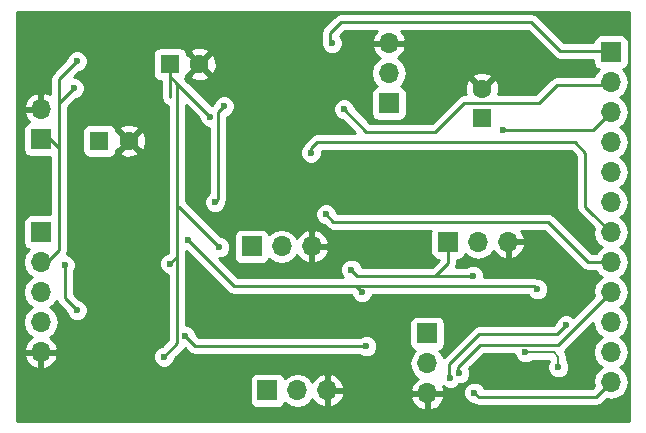
<source format=gbl>
G04 #@! TF.FileFunction,Copper,L2,Bot,Signal*
%FSLAX46Y46*%
G04 Gerber Fmt 4.6, Leading zero omitted, Abs format (unit mm)*
G04 Created by KiCad (PCBNEW 4.0.7) date Friday, March 30, 2018 'PMt' 08:41:18 PM*
%MOMM*%
%LPD*%
G01*
G04 APERTURE LIST*
%ADD10C,0.100000*%
%ADD11R,1.600000X1.600000*%
%ADD12C,1.600000*%
%ADD13R,1.700000X1.700000*%
%ADD14O,1.700000X1.700000*%
%ADD15C,0.600000*%
%ADD16C,0.254000*%
%ADD17C,0.152400*%
G04 APERTURE END LIST*
D10*
D11*
X105283000Y-125857000D03*
D12*
X107783000Y-125857000D03*
D11*
X111252000Y-119380000D03*
D12*
X113752000Y-119380000D03*
D11*
X137668000Y-123952000D03*
D12*
X137668000Y-121452000D03*
D13*
X100330000Y-125730000D03*
D14*
X100330000Y-123190000D03*
D13*
X148590000Y-118364000D03*
D14*
X148590000Y-120904000D03*
X148590000Y-123444000D03*
X148590000Y-125984000D03*
X148590000Y-128524000D03*
X148590000Y-131064000D03*
X148590000Y-133604000D03*
X148590000Y-136144000D03*
X148590000Y-138684000D03*
X148590000Y-141224000D03*
X148590000Y-143764000D03*
X148590000Y-146304000D03*
D13*
X129794000Y-122682000D03*
D14*
X129794000Y-120142000D03*
X129794000Y-117602000D03*
D13*
X133032500Y-142176500D03*
D14*
X133032500Y-144716500D03*
X133032500Y-147256500D03*
D13*
X118173500Y-134810500D03*
D14*
X120713500Y-134810500D03*
X123253500Y-134810500D03*
D13*
X119507000Y-147002500D03*
D14*
X122047000Y-147002500D03*
X124587000Y-147002500D03*
D13*
X134810500Y-134429500D03*
D14*
X137350500Y-134429500D03*
X139890500Y-134429500D03*
D13*
X100330000Y-133604000D03*
D14*
X100330000Y-136144000D03*
X100330000Y-138684000D03*
X100330000Y-141224000D03*
X100330000Y-143764000D03*
D15*
X114427000Y-138430000D03*
X119507000Y-144780000D03*
X106553000Y-117983000D03*
X122936000Y-132207000D03*
X125095000Y-128524000D03*
X119634000Y-125349000D03*
X122682000Y-117475000D03*
X126492000Y-119380000D03*
X128651000Y-127762000D03*
X134620000Y-130429000D03*
X141605000Y-129794000D03*
X141605000Y-128397000D03*
X142748000Y-137033000D03*
X145669000Y-143764000D03*
X140335000Y-148844000D03*
X103378000Y-140208000D03*
X102362000Y-136398000D03*
X103378000Y-119126000D03*
X103124000Y-121412000D03*
X141351000Y-143764000D03*
X144145000Y-145034000D03*
X136906000Y-137287000D03*
X126619000Y-136779000D03*
X111252000Y-136271000D03*
X115443000Y-134874000D03*
X110744000Y-144145000D03*
X114681000Y-123825000D03*
X125984000Y-123190000D03*
X124968000Y-117602000D03*
X139446000Y-124968000D03*
X124460000Y-132080000D03*
X123190000Y-126873000D03*
X135763000Y-145542000D03*
X144780000Y-141478000D03*
X135001000Y-145923000D03*
X137033000Y-147193000D03*
X127508000Y-138684000D03*
X112776000Y-134239000D03*
X142367000Y-138430000D03*
X112522000Y-142367000D03*
X127889000Y-143256000D03*
X115062000Y-131064000D03*
X115824000Y-122936000D03*
D16*
X102362000Y-139192000D02*
X103378000Y-140208000D01*
X102362000Y-136398000D02*
X102362000Y-139192000D01*
X101854000Y-122682000D02*
X101854000Y-120650000D01*
X101854000Y-120650000D02*
X103378000Y-119126000D01*
X101854000Y-126746000D02*
X101854000Y-122682000D01*
X101854000Y-122682000D02*
X103124000Y-121412000D01*
X100330000Y-125730000D02*
X101092000Y-125730000D01*
X101092000Y-125730000D02*
X101854000Y-126492000D01*
X101854000Y-126492000D02*
X101854000Y-126746000D01*
X101854000Y-126746000D02*
X101854000Y-135128000D01*
X101854000Y-135128000D02*
X100838000Y-136144000D01*
X100838000Y-136144000D02*
X100330000Y-136144000D01*
D17*
X143764000Y-143764000D02*
X141351000Y-143764000D01*
X144145000Y-144145000D02*
X143764000Y-143764000D01*
X144145000Y-145034000D02*
X144145000Y-144145000D01*
D16*
X133731000Y-137287000D02*
X136906000Y-137287000D01*
X134810500Y-136207500D02*
X134810500Y-134429500D01*
X133731000Y-137287000D02*
X134810500Y-136207500D01*
X127127000Y-137287000D02*
X133731000Y-137287000D01*
X126619000Y-136779000D02*
X127127000Y-137287000D01*
X111887000Y-134874000D02*
X111887000Y-135636000D01*
X111887000Y-135636000D02*
X111252000Y-136271000D01*
X111887000Y-131445000D02*
X112014000Y-131445000D01*
X112014000Y-131445000D02*
X115443000Y-134874000D01*
X111887000Y-132969000D02*
X111887000Y-134874000D01*
X111887000Y-134874000D02*
X111887000Y-143002000D01*
X111887000Y-143002000D02*
X110744000Y-144145000D01*
X111887000Y-133604000D02*
X111887000Y-132969000D01*
X111887000Y-132969000D02*
X111887000Y-131445000D01*
X111887000Y-131445000D02*
X111887000Y-121031000D01*
X111252000Y-119380000D02*
X111252000Y-120396000D01*
X111252000Y-120396000D02*
X111887000Y-121031000D01*
X111887000Y-121031000D02*
X114681000Y-123825000D01*
X111252000Y-122174000D02*
X111252000Y-119380000D01*
X142494000Y-122682000D02*
X143383000Y-121793000D01*
X144018000Y-121158000D02*
X148336000Y-121158000D01*
X143383000Y-121793000D02*
X144018000Y-121158000D01*
X148336000Y-121158000D02*
X148590000Y-120904000D01*
X125984000Y-123190000D02*
X127889000Y-125095000D01*
X127889000Y-125095000D02*
X133731000Y-125095000D01*
X133731000Y-125095000D02*
X136144000Y-122682000D01*
X136144000Y-122682000D02*
X142494000Y-122682000D01*
X142494000Y-122682000D02*
X142621000Y-122555000D01*
X148463000Y-118237000D02*
X144272000Y-118237000D01*
X124968000Y-117602000D02*
X124841000Y-117475000D01*
X124841000Y-117475000D02*
X124841000Y-116713000D01*
X124841000Y-116713000D02*
X125730000Y-115824000D01*
X125730000Y-115824000D02*
X141859000Y-115824000D01*
X141859000Y-115824000D02*
X144272000Y-118237000D01*
X148463000Y-118237000D02*
X148590000Y-118364000D01*
X147066000Y-124968000D02*
X148590000Y-123444000D01*
X139446000Y-124968000D02*
X147066000Y-124968000D01*
X148463000Y-123571000D02*
X148590000Y-123444000D01*
X124460000Y-132080000D02*
X125095000Y-132715000D01*
X125095000Y-132715000D02*
X143256000Y-132715000D01*
X143256000Y-132715000D02*
X146685000Y-136144000D01*
X146685000Y-136144000D02*
X148590000Y-136144000D01*
X148590000Y-133604000D02*
X146939000Y-131953000D01*
X145542000Y-125984000D02*
X146431000Y-126873000D01*
X146431000Y-126873000D02*
X146431000Y-131445000D01*
X146431000Y-131445000D02*
X146939000Y-131953000D01*
X123698000Y-125984000D02*
X131826000Y-125984000D01*
X123190000Y-126492000D02*
X123698000Y-125984000D01*
X123190000Y-126873000D02*
X123190000Y-126492000D01*
X131826000Y-125984000D02*
X145542000Y-125984000D01*
X144145000Y-143129000D02*
X148590000Y-138684000D01*
X137541000Y-143129000D02*
X144145000Y-143129000D01*
X135636000Y-145034000D02*
X137541000Y-143129000D01*
X135636000Y-145415000D02*
X135636000Y-145034000D01*
X135763000Y-145542000D02*
X135636000Y-145415000D01*
X144018000Y-142240000D02*
X144780000Y-141478000D01*
X137414000Y-142240000D02*
X144018000Y-142240000D01*
X134874000Y-144780000D02*
X137414000Y-142240000D01*
X134874000Y-145796000D02*
X134874000Y-144780000D01*
X135001000Y-145923000D02*
X134874000Y-145796000D01*
X147320000Y-147574000D02*
X148590000Y-146304000D01*
X137414000Y-147574000D02*
X147320000Y-147574000D01*
X137033000Y-147193000D02*
X137414000Y-147574000D01*
X125857000Y-138176000D02*
X127000000Y-138176000D01*
X127000000Y-138176000D02*
X127508000Y-138684000D01*
X129921000Y-138176000D02*
X125857000Y-138176000D01*
X125857000Y-138176000D02*
X116713000Y-138176000D01*
X116713000Y-138176000D02*
X112776000Y-134239000D01*
X142113000Y-138176000D02*
X142367000Y-138430000D01*
X129794000Y-138176000D02*
X129921000Y-138176000D01*
X129921000Y-138176000D02*
X142113000Y-138176000D01*
X113411000Y-143256000D02*
X127889000Y-143256000D01*
X112522000Y-142367000D02*
X113411000Y-143256000D01*
X115062000Y-131064000D02*
X115316000Y-130810000D01*
X115316000Y-130810000D02*
X115316000Y-123444000D01*
X115316000Y-123444000D02*
X115824000Y-122936000D01*
G36*
X150114000Y-149606000D02*
X98298000Y-149606000D01*
X98298000Y-146152500D01*
X118009560Y-146152500D01*
X118009560Y-147852500D01*
X118053838Y-148087817D01*
X118192910Y-148303941D01*
X118405110Y-148448931D01*
X118657000Y-148499940D01*
X120357000Y-148499940D01*
X120592317Y-148455662D01*
X120808441Y-148316590D01*
X120953431Y-148104390D01*
X120967086Y-148036959D01*
X120996946Y-148081647D01*
X121478715Y-148403554D01*
X122047000Y-148516593D01*
X122615285Y-148403554D01*
X123097054Y-148081647D01*
X123324702Y-147740947D01*
X123391817Y-147883858D01*
X123820076Y-148274145D01*
X124230110Y-148443976D01*
X124460000Y-148322655D01*
X124460000Y-147129500D01*
X124714000Y-147129500D01*
X124714000Y-148322655D01*
X124943890Y-148443976D01*
X125353924Y-148274145D01*
X125782183Y-147883858D01*
X125909201Y-147613390D01*
X131591024Y-147613390D01*
X131760855Y-148023424D01*
X132151142Y-148451683D01*
X132675608Y-148697986D01*
X132905500Y-148577319D01*
X132905500Y-147383500D01*
X133159500Y-147383500D01*
X133159500Y-148577319D01*
X133389392Y-148697986D01*
X133913858Y-148451683D01*
X134304145Y-148023424D01*
X134473976Y-147613390D01*
X134352655Y-147383500D01*
X133159500Y-147383500D01*
X132905500Y-147383500D01*
X131712345Y-147383500D01*
X131591024Y-147613390D01*
X125909201Y-147613390D01*
X126028486Y-147359392D01*
X125907819Y-147129500D01*
X124714000Y-147129500D01*
X124460000Y-147129500D01*
X124440000Y-147129500D01*
X124440000Y-146875500D01*
X124460000Y-146875500D01*
X124460000Y-145682345D01*
X124714000Y-145682345D01*
X124714000Y-146875500D01*
X125907819Y-146875500D01*
X126028486Y-146645608D01*
X125782183Y-146121142D01*
X125353924Y-145730855D01*
X124943890Y-145561024D01*
X124714000Y-145682345D01*
X124460000Y-145682345D01*
X124230110Y-145561024D01*
X123820076Y-145730855D01*
X123391817Y-146121142D01*
X123324702Y-146264053D01*
X123097054Y-145923353D01*
X122615285Y-145601446D01*
X122047000Y-145488407D01*
X121478715Y-145601446D01*
X120996946Y-145923353D01*
X120969150Y-145964952D01*
X120960162Y-145917183D01*
X120821090Y-145701059D01*
X120608890Y-145556069D01*
X120357000Y-145505060D01*
X118657000Y-145505060D01*
X118421683Y-145549338D01*
X118205559Y-145688410D01*
X118060569Y-145900610D01*
X118009560Y-146152500D01*
X98298000Y-146152500D01*
X98298000Y-144120890D01*
X98888524Y-144120890D01*
X99058355Y-144530924D01*
X99448642Y-144959183D01*
X99973108Y-145205486D01*
X100203000Y-145084819D01*
X100203000Y-143891000D01*
X100457000Y-143891000D01*
X100457000Y-145084819D01*
X100686892Y-145205486D01*
X101211358Y-144959183D01*
X101601645Y-144530924D01*
X101771476Y-144120890D01*
X101650155Y-143891000D01*
X100457000Y-143891000D01*
X100203000Y-143891000D01*
X99009845Y-143891000D01*
X98888524Y-144120890D01*
X98298000Y-144120890D01*
X98298000Y-136144000D01*
X98815907Y-136144000D01*
X98928946Y-136712285D01*
X99250853Y-137194054D01*
X99580026Y-137414000D01*
X99250853Y-137633946D01*
X98928946Y-138115715D01*
X98815907Y-138684000D01*
X98928946Y-139252285D01*
X99250853Y-139734054D01*
X99580026Y-139954000D01*
X99250853Y-140173946D01*
X98928946Y-140655715D01*
X98815907Y-141224000D01*
X98928946Y-141792285D01*
X99250853Y-142274054D01*
X99591553Y-142501702D01*
X99448642Y-142568817D01*
X99058355Y-142997076D01*
X98888524Y-143407110D01*
X99009845Y-143637000D01*
X100203000Y-143637000D01*
X100203000Y-143617000D01*
X100457000Y-143617000D01*
X100457000Y-143637000D01*
X101650155Y-143637000D01*
X101771476Y-143407110D01*
X101601645Y-142997076D01*
X101211358Y-142568817D01*
X101068447Y-142501702D01*
X101409147Y-142274054D01*
X101731054Y-141792285D01*
X101844093Y-141224000D01*
X101731054Y-140655715D01*
X101409147Y-140173946D01*
X101079974Y-139954000D01*
X101409147Y-139734054D01*
X101639305Y-139389598D01*
X101658004Y-139483605D01*
X101748364Y-139618838D01*
X101823185Y-139730815D01*
X102442875Y-140350505D01*
X102442838Y-140393167D01*
X102584883Y-140736943D01*
X102847673Y-141000192D01*
X103191201Y-141142838D01*
X103563167Y-141143162D01*
X103906943Y-141001117D01*
X104170192Y-140738327D01*
X104312838Y-140394799D01*
X104313162Y-140022833D01*
X104171117Y-139679057D01*
X103908327Y-139415808D01*
X103564799Y-139273162D01*
X103520754Y-139273124D01*
X103124000Y-138876370D01*
X103124000Y-136958466D01*
X103154192Y-136928327D01*
X103296838Y-136584799D01*
X103297162Y-136212833D01*
X103155117Y-135869057D01*
X102892327Y-135605808D01*
X102548799Y-135463162D01*
X102528904Y-135463145D01*
X102557996Y-135419605D01*
X102616000Y-135128000D01*
X102616000Y-125057000D01*
X103835560Y-125057000D01*
X103835560Y-126657000D01*
X103879838Y-126892317D01*
X104018910Y-127108441D01*
X104231110Y-127253431D01*
X104483000Y-127304440D01*
X106083000Y-127304440D01*
X106318317Y-127260162D01*
X106534441Y-127121090D01*
X106679431Y-126908890D01*
X106688370Y-126864745D01*
X106954861Y-126864745D01*
X107028995Y-127110864D01*
X107566223Y-127303965D01*
X108136454Y-127276778D01*
X108537005Y-127110864D01*
X108611139Y-126864745D01*
X107783000Y-126036605D01*
X106954861Y-126864745D01*
X106688370Y-126864745D01*
X106727646Y-126670799D01*
X106775255Y-126685139D01*
X107603395Y-125857000D01*
X107962605Y-125857000D01*
X108790745Y-126685139D01*
X109036864Y-126611005D01*
X109229965Y-126073777D01*
X109202778Y-125503546D01*
X109036864Y-125102995D01*
X108790745Y-125028861D01*
X107962605Y-125857000D01*
X107603395Y-125857000D01*
X106775255Y-125028861D01*
X106727833Y-125043145D01*
X106691351Y-124849255D01*
X106954861Y-124849255D01*
X107783000Y-125677395D01*
X108611139Y-124849255D01*
X108537005Y-124603136D01*
X107999777Y-124410035D01*
X107429546Y-124437222D01*
X107028995Y-124603136D01*
X106954861Y-124849255D01*
X106691351Y-124849255D01*
X106686162Y-124821683D01*
X106547090Y-124605559D01*
X106334890Y-124460569D01*
X106083000Y-124409560D01*
X104483000Y-124409560D01*
X104247683Y-124453838D01*
X104031559Y-124592910D01*
X103886569Y-124805110D01*
X103835560Y-125057000D01*
X102616000Y-125057000D01*
X102616000Y-122997630D01*
X103266506Y-122347125D01*
X103309167Y-122347162D01*
X103652943Y-122205117D01*
X103916192Y-121942327D01*
X104058838Y-121598799D01*
X104059162Y-121226833D01*
X103917117Y-120883057D01*
X103654327Y-120619808D01*
X103310799Y-120477162D01*
X103104648Y-120476982D01*
X103520506Y-120061125D01*
X103563167Y-120061162D01*
X103906943Y-119919117D01*
X104170192Y-119656327D01*
X104312838Y-119312799D01*
X104313162Y-118940833D01*
X104171117Y-118597057D01*
X104154090Y-118580000D01*
X109804560Y-118580000D01*
X109804560Y-120180000D01*
X109848838Y-120415317D01*
X109987910Y-120631441D01*
X110200110Y-120776431D01*
X110452000Y-120827440D01*
X110490000Y-120827440D01*
X110490000Y-122174000D01*
X110548004Y-122465605D01*
X110713185Y-122712815D01*
X110960395Y-122877996D01*
X111125000Y-122910738D01*
X111125000Y-135320369D01*
X111109494Y-135335875D01*
X111066833Y-135335838D01*
X110723057Y-135477883D01*
X110459808Y-135740673D01*
X110317162Y-136084201D01*
X110316838Y-136456167D01*
X110458883Y-136799943D01*
X110721673Y-137063192D01*
X111065201Y-137205838D01*
X111125000Y-137205890D01*
X111125000Y-142686370D01*
X110601495Y-143209875D01*
X110558833Y-143209838D01*
X110215057Y-143351883D01*
X109951808Y-143614673D01*
X109809162Y-143958201D01*
X109808838Y-144330167D01*
X109950883Y-144673943D01*
X110213673Y-144937192D01*
X110557201Y-145079838D01*
X110929167Y-145080162D01*
X111272943Y-144938117D01*
X111536192Y-144675327D01*
X111678838Y-144331799D01*
X111678876Y-144287754D01*
X112425815Y-143540815D01*
X112502868Y-143425498D01*
X112872185Y-143794815D01*
X113119395Y-143959996D01*
X113411000Y-144018000D01*
X127328534Y-144018000D01*
X127358673Y-144048192D01*
X127702201Y-144190838D01*
X128074167Y-144191162D01*
X128417943Y-144049117D01*
X128681192Y-143786327D01*
X128823838Y-143442799D01*
X128824162Y-143070833D01*
X128682117Y-142727057D01*
X128419327Y-142463808D01*
X128075799Y-142321162D01*
X127703833Y-142320838D01*
X127360057Y-142462883D01*
X127328886Y-142494000D01*
X113726630Y-142494000D01*
X113457125Y-142224495D01*
X113457162Y-142181833D01*
X113315117Y-141838057D01*
X113052327Y-141574808D01*
X112708799Y-141432162D01*
X112649000Y-141432110D01*
X112649000Y-135189630D01*
X116174185Y-138714816D01*
X116322377Y-138813834D01*
X116421395Y-138879996D01*
X116713000Y-138938000D01*
X126601279Y-138938000D01*
X126714883Y-139212943D01*
X126977673Y-139476192D01*
X127321201Y-139618838D01*
X127693167Y-139619162D01*
X128036943Y-139477117D01*
X128300192Y-139214327D01*
X128414934Y-138938000D01*
X141565230Y-138938000D01*
X141573883Y-138958943D01*
X141836673Y-139222192D01*
X142180201Y-139364838D01*
X142552167Y-139365162D01*
X142895943Y-139223117D01*
X143159192Y-138960327D01*
X143301838Y-138616799D01*
X143302162Y-138244833D01*
X143160117Y-137901057D01*
X142897327Y-137637808D01*
X142553799Y-137495162D01*
X142439114Y-137495062D01*
X142404605Y-137472004D01*
X142113000Y-137414000D01*
X137840890Y-137414000D01*
X137841162Y-137101833D01*
X137699117Y-136758057D01*
X137436327Y-136494808D01*
X137092799Y-136352162D01*
X136720833Y-136351838D01*
X136377057Y-136493883D01*
X136345886Y-136525000D01*
X135497194Y-136525000D01*
X135514497Y-136499104D01*
X135572500Y-136207500D01*
X135572500Y-135926940D01*
X135660500Y-135926940D01*
X135895817Y-135882662D01*
X136111941Y-135743590D01*
X136256931Y-135531390D01*
X136270586Y-135463959D01*
X136300446Y-135508647D01*
X136782215Y-135830554D01*
X137350500Y-135943593D01*
X137918785Y-135830554D01*
X138400554Y-135508647D01*
X138628202Y-135167947D01*
X138695317Y-135310858D01*
X139123576Y-135701145D01*
X139533610Y-135870976D01*
X139763500Y-135749655D01*
X139763500Y-134556500D01*
X140017500Y-134556500D01*
X140017500Y-135749655D01*
X140247390Y-135870976D01*
X140657424Y-135701145D01*
X141085683Y-135310858D01*
X141331986Y-134786392D01*
X141211319Y-134556500D01*
X140017500Y-134556500D01*
X139763500Y-134556500D01*
X139743500Y-134556500D01*
X139743500Y-134302500D01*
X139763500Y-134302500D01*
X139763500Y-134282500D01*
X140017500Y-134282500D01*
X140017500Y-134302500D01*
X141211319Y-134302500D01*
X141331986Y-134072608D01*
X141085683Y-133548142D01*
X141007619Y-133477000D01*
X142940370Y-133477000D01*
X146146184Y-136682815D01*
X146321479Y-136799943D01*
X146393395Y-136847996D01*
X146685000Y-136906000D01*
X147318382Y-136906000D01*
X147510853Y-137194054D01*
X147840026Y-137414000D01*
X147510853Y-137633946D01*
X147188946Y-138115715D01*
X147075907Y-138684000D01*
X147148321Y-139048048D01*
X145410357Y-140786013D01*
X145310327Y-140685808D01*
X144966799Y-140543162D01*
X144594833Y-140542838D01*
X144251057Y-140684883D01*
X143987808Y-140947673D01*
X143845162Y-141291201D01*
X143845124Y-141335246D01*
X143702370Y-141478000D01*
X137414000Y-141478000D01*
X137122395Y-141536004D01*
X136875184Y-141701185D01*
X134431391Y-144144979D01*
X134111647Y-143666446D01*
X134070048Y-143638650D01*
X134117817Y-143629662D01*
X134333941Y-143490590D01*
X134478931Y-143278390D01*
X134529940Y-143026500D01*
X134529940Y-141326500D01*
X134485662Y-141091183D01*
X134346590Y-140875059D01*
X134134390Y-140730069D01*
X133882500Y-140679060D01*
X132182500Y-140679060D01*
X131947183Y-140723338D01*
X131731059Y-140862410D01*
X131586069Y-141074610D01*
X131535060Y-141326500D01*
X131535060Y-143026500D01*
X131579338Y-143261817D01*
X131718410Y-143477941D01*
X131930610Y-143622931D01*
X131998041Y-143636586D01*
X131953353Y-143666446D01*
X131631446Y-144148215D01*
X131518407Y-144716500D01*
X131631446Y-145284785D01*
X131953353Y-145766554D01*
X132294053Y-145994202D01*
X132151142Y-146061317D01*
X131760855Y-146489576D01*
X131591024Y-146899610D01*
X131712345Y-147129500D01*
X132905500Y-147129500D01*
X132905500Y-147109500D01*
X133159500Y-147109500D01*
X133159500Y-147129500D01*
X134352655Y-147129500D01*
X134473976Y-146899610D01*
X134345768Y-146590069D01*
X134470673Y-146715192D01*
X134814201Y-146857838D01*
X135186167Y-146858162D01*
X135529943Y-146716117D01*
X135769471Y-146477006D01*
X135948167Y-146477162D01*
X136291943Y-146335117D01*
X136555192Y-146072327D01*
X136697838Y-145728799D01*
X136698162Y-145356833D01*
X136608294Y-145139336D01*
X137856630Y-143891000D01*
X140415889Y-143891000D01*
X140415838Y-143949167D01*
X140557883Y-144292943D01*
X140820673Y-144556192D01*
X141164201Y-144698838D01*
X141536167Y-144699162D01*
X141879943Y-144557117D01*
X141962003Y-144475200D01*
X143381331Y-144475200D01*
X143352808Y-144503673D01*
X143210162Y-144847201D01*
X143209838Y-145219167D01*
X143351883Y-145562943D01*
X143614673Y-145826192D01*
X143958201Y-145968838D01*
X144330167Y-145969162D01*
X144673943Y-145827117D01*
X144937192Y-145564327D01*
X145079838Y-145220799D01*
X145080162Y-144848833D01*
X144938117Y-144505057D01*
X144856200Y-144422997D01*
X144856200Y-144145000D01*
X144802063Y-143872836D01*
X144749931Y-143794815D01*
X144670858Y-143676473D01*
X144683815Y-143667815D01*
X147084488Y-141267142D01*
X147188946Y-141792285D01*
X147510853Y-142274054D01*
X147840026Y-142494000D01*
X147510853Y-142713946D01*
X147188946Y-143195715D01*
X147075907Y-143764000D01*
X147188946Y-144332285D01*
X147510853Y-144814054D01*
X147840026Y-145034000D01*
X147510853Y-145253946D01*
X147188946Y-145735715D01*
X147075907Y-146304000D01*
X147148321Y-146668049D01*
X147004370Y-146812000D01*
X137887246Y-146812000D01*
X137826117Y-146664057D01*
X137563327Y-146400808D01*
X137219799Y-146258162D01*
X136847833Y-146257838D01*
X136504057Y-146399883D01*
X136240808Y-146662673D01*
X136098162Y-147006201D01*
X136097838Y-147378167D01*
X136239883Y-147721943D01*
X136502673Y-147985192D01*
X136846201Y-148127838D01*
X136897735Y-148127883D01*
X137116632Y-148274145D01*
X137122395Y-148277996D01*
X137414000Y-148336000D01*
X147320000Y-148336000D01*
X147611605Y-148277996D01*
X147858815Y-148112815D01*
X148245390Y-147726240D01*
X148560907Y-147789000D01*
X148619093Y-147789000D01*
X149187378Y-147675961D01*
X149669147Y-147354054D01*
X149991054Y-146872285D01*
X150104093Y-146304000D01*
X149991054Y-145735715D01*
X149669147Y-145253946D01*
X149339974Y-145034000D01*
X149669147Y-144814054D01*
X149991054Y-144332285D01*
X150104093Y-143764000D01*
X149991054Y-143195715D01*
X149669147Y-142713946D01*
X149339974Y-142494000D01*
X149669147Y-142274054D01*
X149991054Y-141792285D01*
X150104093Y-141224000D01*
X149991054Y-140655715D01*
X149669147Y-140173946D01*
X149339974Y-139954000D01*
X149669147Y-139734054D01*
X149991054Y-139252285D01*
X150104093Y-138684000D01*
X149991054Y-138115715D01*
X149669147Y-137633946D01*
X149339974Y-137414000D01*
X149669147Y-137194054D01*
X149991054Y-136712285D01*
X150104093Y-136144000D01*
X149991054Y-135575715D01*
X149669147Y-135093946D01*
X149339974Y-134874000D01*
X149669147Y-134654054D01*
X149991054Y-134172285D01*
X150104093Y-133604000D01*
X149991054Y-133035715D01*
X149669147Y-132553946D01*
X149339974Y-132334000D01*
X149669147Y-132114054D01*
X149991054Y-131632285D01*
X150104093Y-131064000D01*
X149991054Y-130495715D01*
X149669147Y-130013946D01*
X149339974Y-129794000D01*
X149669147Y-129574054D01*
X149991054Y-129092285D01*
X150104093Y-128524000D01*
X149991054Y-127955715D01*
X149669147Y-127473946D01*
X149339974Y-127254000D01*
X149669147Y-127034054D01*
X149991054Y-126552285D01*
X150104093Y-125984000D01*
X149991054Y-125415715D01*
X149669147Y-124933946D01*
X149339974Y-124714000D01*
X149669147Y-124494054D01*
X149991054Y-124012285D01*
X150104093Y-123444000D01*
X149991054Y-122875715D01*
X149669147Y-122393946D01*
X149339974Y-122174000D01*
X149669147Y-121954054D01*
X149991054Y-121472285D01*
X150104093Y-120904000D01*
X149991054Y-120335715D01*
X149669147Y-119853946D01*
X149627548Y-119826150D01*
X149675317Y-119817162D01*
X149891441Y-119678090D01*
X150036431Y-119465890D01*
X150087440Y-119214000D01*
X150087440Y-117514000D01*
X150043162Y-117278683D01*
X149904090Y-117062559D01*
X149691890Y-116917569D01*
X149440000Y-116866560D01*
X147740000Y-116866560D01*
X147504683Y-116910838D01*
X147288559Y-117049910D01*
X147143569Y-117262110D01*
X147100458Y-117475000D01*
X144587631Y-117475000D01*
X142397815Y-115285185D01*
X142150605Y-115120004D01*
X141859000Y-115062000D01*
X125730000Y-115062000D01*
X125438395Y-115120004D01*
X125191185Y-115285185D01*
X124302185Y-116174185D01*
X124137004Y-116421395D01*
X124079000Y-116713000D01*
X124079000Y-117304811D01*
X124033162Y-117415201D01*
X124032838Y-117787167D01*
X124174883Y-118130943D01*
X124437673Y-118394192D01*
X124781201Y-118536838D01*
X125153167Y-118537162D01*
X125496943Y-118395117D01*
X125760192Y-118132327D01*
X125902838Y-117788799D01*
X125903162Y-117416833D01*
X125761117Y-117073057D01*
X125659933Y-116971697D01*
X126045630Y-116586000D01*
X128749346Y-116586000D01*
X128522355Y-116835076D01*
X128352524Y-117245110D01*
X128473845Y-117475000D01*
X129667000Y-117475000D01*
X129667000Y-117455000D01*
X129921000Y-117455000D01*
X129921000Y-117475000D01*
X131114155Y-117475000D01*
X131235476Y-117245110D01*
X131065645Y-116835076D01*
X130838654Y-116586000D01*
X141543370Y-116586000D01*
X143733184Y-118775815D01*
X143923253Y-118902815D01*
X143980395Y-118940996D01*
X144272000Y-118999000D01*
X147092560Y-118999000D01*
X147092560Y-119214000D01*
X147136838Y-119449317D01*
X147275910Y-119665441D01*
X147488110Y-119810431D01*
X147555541Y-119824086D01*
X147510853Y-119853946D01*
X147188946Y-120335715D01*
X147176955Y-120396000D01*
X144018000Y-120396000D01*
X143726395Y-120454004D01*
X143627377Y-120520166D01*
X143479185Y-120619184D01*
X142844185Y-121254185D01*
X142178370Y-121920000D01*
X139024666Y-121920000D01*
X139114965Y-121668777D01*
X139087778Y-121098546D01*
X138921864Y-120697995D01*
X138675745Y-120623861D01*
X137847605Y-121452000D01*
X137861748Y-121466142D01*
X137682143Y-121645748D01*
X137668000Y-121631605D01*
X137653858Y-121645748D01*
X137474252Y-121466142D01*
X137488395Y-121452000D01*
X136660255Y-120623861D01*
X136414136Y-120697995D01*
X136221035Y-121235223D01*
X136248222Y-121805454D01*
X136295669Y-121920000D01*
X136144000Y-121920000D01*
X135852395Y-121978004D01*
X135605184Y-122143185D01*
X133415370Y-124333000D01*
X128204630Y-124333000D01*
X126919125Y-123047495D01*
X126919162Y-123004833D01*
X126777117Y-122661057D01*
X126514327Y-122397808D01*
X126170799Y-122255162D01*
X125798833Y-122254838D01*
X125455057Y-122396883D01*
X125191808Y-122659673D01*
X125049162Y-123003201D01*
X125048838Y-123375167D01*
X125190883Y-123718943D01*
X125453673Y-123982192D01*
X125797201Y-124124838D01*
X125841246Y-124124876D01*
X126938370Y-125222000D01*
X123698000Y-125222000D01*
X123406395Y-125280004D01*
X123159184Y-125445185D01*
X122651185Y-125953185D01*
X122486004Y-126200395D01*
X122472543Y-126268068D01*
X122397808Y-126342673D01*
X122255162Y-126686201D01*
X122254838Y-127058167D01*
X122396883Y-127401943D01*
X122659673Y-127665192D01*
X123003201Y-127807838D01*
X123375167Y-127808162D01*
X123718943Y-127666117D01*
X123982192Y-127403327D01*
X124124838Y-127059799D01*
X124125111Y-126746000D01*
X145226370Y-126746000D01*
X145669000Y-127188630D01*
X145669000Y-131445000D01*
X145727004Y-131736605D01*
X145832729Y-131894833D01*
X145892185Y-131983815D01*
X146400184Y-132491815D01*
X146400187Y-132491817D01*
X147148321Y-133239951D01*
X147075907Y-133604000D01*
X147188946Y-134172285D01*
X147510853Y-134654054D01*
X147840026Y-134874000D01*
X147510853Y-135093946D01*
X147318382Y-135382000D01*
X147000631Y-135382000D01*
X143794815Y-132176185D01*
X143709232Y-132119000D01*
X143547605Y-132011004D01*
X143256000Y-131953000D01*
X125410631Y-131953000D01*
X125395125Y-131937494D01*
X125395162Y-131894833D01*
X125253117Y-131551057D01*
X124990327Y-131287808D01*
X124646799Y-131145162D01*
X124274833Y-131144838D01*
X123931057Y-131286883D01*
X123667808Y-131549673D01*
X123525162Y-131893201D01*
X123524838Y-132265167D01*
X123666883Y-132608943D01*
X123929673Y-132872192D01*
X124273201Y-133014838D01*
X124317246Y-133014876D01*
X124556185Y-133253816D01*
X124691430Y-133344183D01*
X124803395Y-133418996D01*
X125095000Y-133477000D01*
X133333817Y-133477000D01*
X133313060Y-133579500D01*
X133313060Y-135279500D01*
X133357338Y-135514817D01*
X133496410Y-135730941D01*
X133708610Y-135875931D01*
X133960500Y-135926940D01*
X134013429Y-135926940D01*
X133415370Y-136525000D01*
X127525721Y-136525000D01*
X127412117Y-136250057D01*
X127149327Y-135986808D01*
X126805799Y-135844162D01*
X126433833Y-135843838D01*
X126090057Y-135985883D01*
X125826808Y-136248673D01*
X125684162Y-136592201D01*
X125683838Y-136964167D01*
X125825883Y-137307943D01*
X125931755Y-137414000D01*
X117028631Y-137414000D01*
X115423614Y-135808984D01*
X115628167Y-135809162D01*
X115971943Y-135667117D01*
X116235192Y-135404327D01*
X116377838Y-135060799D01*
X116378162Y-134688833D01*
X116236117Y-134345057D01*
X115973327Y-134081808D01*
X115681187Y-133960500D01*
X116676060Y-133960500D01*
X116676060Y-135660500D01*
X116720338Y-135895817D01*
X116859410Y-136111941D01*
X117071610Y-136256931D01*
X117323500Y-136307940D01*
X119023500Y-136307940D01*
X119258817Y-136263662D01*
X119474941Y-136124590D01*
X119619931Y-135912390D01*
X119633586Y-135844959D01*
X119663446Y-135889647D01*
X120145215Y-136211554D01*
X120713500Y-136324593D01*
X121281785Y-136211554D01*
X121763554Y-135889647D01*
X121991202Y-135548947D01*
X122058317Y-135691858D01*
X122486576Y-136082145D01*
X122896610Y-136251976D01*
X123126500Y-136130655D01*
X123126500Y-134937500D01*
X123380500Y-134937500D01*
X123380500Y-136130655D01*
X123610390Y-136251976D01*
X124020424Y-136082145D01*
X124448683Y-135691858D01*
X124694986Y-135167392D01*
X124574319Y-134937500D01*
X123380500Y-134937500D01*
X123126500Y-134937500D01*
X123106500Y-134937500D01*
X123106500Y-134683500D01*
X123126500Y-134683500D01*
X123126500Y-133490345D01*
X123380500Y-133490345D01*
X123380500Y-134683500D01*
X124574319Y-134683500D01*
X124694986Y-134453608D01*
X124448683Y-133929142D01*
X124020424Y-133538855D01*
X123610390Y-133369024D01*
X123380500Y-133490345D01*
X123126500Y-133490345D01*
X122896610Y-133369024D01*
X122486576Y-133538855D01*
X122058317Y-133929142D01*
X121991202Y-134072053D01*
X121763554Y-133731353D01*
X121281785Y-133409446D01*
X120713500Y-133296407D01*
X120145215Y-133409446D01*
X119663446Y-133731353D01*
X119635650Y-133772952D01*
X119626662Y-133725183D01*
X119487590Y-133509059D01*
X119275390Y-133364069D01*
X119023500Y-133313060D01*
X117323500Y-133313060D01*
X117088183Y-133357338D01*
X116872059Y-133496410D01*
X116727069Y-133708610D01*
X116676060Y-133960500D01*
X115681187Y-133960500D01*
X115629799Y-133939162D01*
X115585755Y-133939124D01*
X112649000Y-131002370D01*
X112649000Y-122870630D01*
X113745875Y-123967506D01*
X113745838Y-124010167D01*
X113887883Y-124353943D01*
X114150673Y-124617192D01*
X114494201Y-124759838D01*
X114554000Y-124759890D01*
X114554000Y-130262230D01*
X114533057Y-130270883D01*
X114269808Y-130533673D01*
X114127162Y-130877201D01*
X114126838Y-131249167D01*
X114268883Y-131592943D01*
X114531673Y-131856192D01*
X114875201Y-131998838D01*
X115247167Y-131999162D01*
X115590943Y-131857117D01*
X115854192Y-131594327D01*
X115996838Y-131250799D01*
X115996938Y-131136114D01*
X116019996Y-131101605D01*
X116027476Y-131064000D01*
X116078000Y-130810000D01*
X116078000Y-123842721D01*
X116352943Y-123729117D01*
X116616192Y-123466327D01*
X116758838Y-123122799D01*
X116759162Y-122750833D01*
X116617117Y-122407057D01*
X116354327Y-122143808D01*
X116010799Y-122001162D01*
X115638833Y-122000838D01*
X115295057Y-122142883D01*
X115031808Y-122405673D01*
X114889162Y-122749201D01*
X114889124Y-122793246D01*
X114808000Y-122874370D01*
X112533592Y-120599962D01*
X112648431Y-120431890D01*
X112657370Y-120387745D01*
X112923861Y-120387745D01*
X112997995Y-120633864D01*
X113535223Y-120826965D01*
X114105454Y-120799778D01*
X114506005Y-120633864D01*
X114580139Y-120387745D01*
X113752000Y-119559605D01*
X112923861Y-120387745D01*
X112657370Y-120387745D01*
X112696646Y-120193799D01*
X112744255Y-120208139D01*
X113572395Y-119380000D01*
X113931605Y-119380000D01*
X114759745Y-120208139D01*
X114979321Y-120142000D01*
X128279907Y-120142000D01*
X128392946Y-120710285D01*
X128714853Y-121192054D01*
X128756452Y-121219850D01*
X128708683Y-121228838D01*
X128492559Y-121367910D01*
X128347569Y-121580110D01*
X128296560Y-121832000D01*
X128296560Y-123532000D01*
X128340838Y-123767317D01*
X128479910Y-123983441D01*
X128692110Y-124128431D01*
X128944000Y-124179440D01*
X130644000Y-124179440D01*
X130879317Y-124135162D01*
X131095441Y-123996090D01*
X131240431Y-123783890D01*
X131291440Y-123532000D01*
X131291440Y-121832000D01*
X131247162Y-121596683D01*
X131108090Y-121380559D01*
X130895890Y-121235569D01*
X130828459Y-121221914D01*
X130873147Y-121192054D01*
X131195054Y-120710285D01*
X131247970Y-120444255D01*
X136839861Y-120444255D01*
X137668000Y-121272395D01*
X138496139Y-120444255D01*
X138422005Y-120198136D01*
X137884777Y-120005035D01*
X137314546Y-120032222D01*
X136913995Y-120198136D01*
X136839861Y-120444255D01*
X131247970Y-120444255D01*
X131308093Y-120142000D01*
X131195054Y-119573715D01*
X130873147Y-119091946D01*
X130532447Y-118864298D01*
X130675358Y-118797183D01*
X131065645Y-118368924D01*
X131235476Y-117958890D01*
X131114155Y-117729000D01*
X129921000Y-117729000D01*
X129921000Y-117749000D01*
X129667000Y-117749000D01*
X129667000Y-117729000D01*
X128473845Y-117729000D01*
X128352524Y-117958890D01*
X128522355Y-118368924D01*
X128912642Y-118797183D01*
X129055553Y-118864298D01*
X128714853Y-119091946D01*
X128392946Y-119573715D01*
X128279907Y-120142000D01*
X114979321Y-120142000D01*
X115005864Y-120134005D01*
X115198965Y-119596777D01*
X115171778Y-119026546D01*
X115005864Y-118625995D01*
X114759745Y-118551861D01*
X113931605Y-119380000D01*
X113572395Y-119380000D01*
X112744255Y-118551861D01*
X112696833Y-118566145D01*
X112660351Y-118372255D01*
X112923861Y-118372255D01*
X113752000Y-119200395D01*
X114580139Y-118372255D01*
X114506005Y-118126136D01*
X113968777Y-117933035D01*
X113398546Y-117960222D01*
X112997995Y-118126136D01*
X112923861Y-118372255D01*
X112660351Y-118372255D01*
X112655162Y-118344683D01*
X112516090Y-118128559D01*
X112303890Y-117983569D01*
X112052000Y-117932560D01*
X110452000Y-117932560D01*
X110216683Y-117976838D01*
X110000559Y-118115910D01*
X109855569Y-118328110D01*
X109804560Y-118580000D01*
X104154090Y-118580000D01*
X103908327Y-118333808D01*
X103564799Y-118191162D01*
X103192833Y-118190838D01*
X102849057Y-118332883D01*
X102585808Y-118595673D01*
X102443162Y-118939201D01*
X102443124Y-118983246D01*
X101315185Y-120111185D01*
X101150004Y-120358395D01*
X101092000Y-120650000D01*
X101092000Y-121938763D01*
X100686892Y-121748514D01*
X100457000Y-121869181D01*
X100457000Y-123063000D01*
X100477000Y-123063000D01*
X100477000Y-123317000D01*
X100457000Y-123317000D01*
X100457000Y-123337000D01*
X100203000Y-123337000D01*
X100203000Y-123317000D01*
X99009845Y-123317000D01*
X98888524Y-123546890D01*
X99058355Y-123956924D01*
X99334501Y-124259937D01*
X99244683Y-124276838D01*
X99028559Y-124415910D01*
X98883569Y-124628110D01*
X98832560Y-124880000D01*
X98832560Y-126580000D01*
X98876838Y-126815317D01*
X99015910Y-127031441D01*
X99228110Y-127176431D01*
X99480000Y-127227440D01*
X101092000Y-127227440D01*
X101092000Y-132106560D01*
X99480000Y-132106560D01*
X99244683Y-132150838D01*
X99028559Y-132289910D01*
X98883569Y-132502110D01*
X98832560Y-132754000D01*
X98832560Y-134454000D01*
X98876838Y-134689317D01*
X99015910Y-134905441D01*
X99228110Y-135050431D01*
X99295541Y-135064086D01*
X99250853Y-135093946D01*
X98928946Y-135575715D01*
X98815907Y-136144000D01*
X98298000Y-136144000D01*
X98298000Y-122833110D01*
X98888524Y-122833110D01*
X99009845Y-123063000D01*
X100203000Y-123063000D01*
X100203000Y-121869181D01*
X99973108Y-121748514D01*
X99448642Y-121994817D01*
X99058355Y-122423076D01*
X98888524Y-122833110D01*
X98298000Y-122833110D01*
X98298000Y-114935000D01*
X150114000Y-114935000D01*
X150114000Y-149606000D01*
X150114000Y-149606000D01*
G37*
X150114000Y-149606000D02*
X98298000Y-149606000D01*
X98298000Y-146152500D01*
X118009560Y-146152500D01*
X118009560Y-147852500D01*
X118053838Y-148087817D01*
X118192910Y-148303941D01*
X118405110Y-148448931D01*
X118657000Y-148499940D01*
X120357000Y-148499940D01*
X120592317Y-148455662D01*
X120808441Y-148316590D01*
X120953431Y-148104390D01*
X120967086Y-148036959D01*
X120996946Y-148081647D01*
X121478715Y-148403554D01*
X122047000Y-148516593D01*
X122615285Y-148403554D01*
X123097054Y-148081647D01*
X123324702Y-147740947D01*
X123391817Y-147883858D01*
X123820076Y-148274145D01*
X124230110Y-148443976D01*
X124460000Y-148322655D01*
X124460000Y-147129500D01*
X124714000Y-147129500D01*
X124714000Y-148322655D01*
X124943890Y-148443976D01*
X125353924Y-148274145D01*
X125782183Y-147883858D01*
X125909201Y-147613390D01*
X131591024Y-147613390D01*
X131760855Y-148023424D01*
X132151142Y-148451683D01*
X132675608Y-148697986D01*
X132905500Y-148577319D01*
X132905500Y-147383500D01*
X133159500Y-147383500D01*
X133159500Y-148577319D01*
X133389392Y-148697986D01*
X133913858Y-148451683D01*
X134304145Y-148023424D01*
X134473976Y-147613390D01*
X134352655Y-147383500D01*
X133159500Y-147383500D01*
X132905500Y-147383500D01*
X131712345Y-147383500D01*
X131591024Y-147613390D01*
X125909201Y-147613390D01*
X126028486Y-147359392D01*
X125907819Y-147129500D01*
X124714000Y-147129500D01*
X124460000Y-147129500D01*
X124440000Y-147129500D01*
X124440000Y-146875500D01*
X124460000Y-146875500D01*
X124460000Y-145682345D01*
X124714000Y-145682345D01*
X124714000Y-146875500D01*
X125907819Y-146875500D01*
X126028486Y-146645608D01*
X125782183Y-146121142D01*
X125353924Y-145730855D01*
X124943890Y-145561024D01*
X124714000Y-145682345D01*
X124460000Y-145682345D01*
X124230110Y-145561024D01*
X123820076Y-145730855D01*
X123391817Y-146121142D01*
X123324702Y-146264053D01*
X123097054Y-145923353D01*
X122615285Y-145601446D01*
X122047000Y-145488407D01*
X121478715Y-145601446D01*
X120996946Y-145923353D01*
X120969150Y-145964952D01*
X120960162Y-145917183D01*
X120821090Y-145701059D01*
X120608890Y-145556069D01*
X120357000Y-145505060D01*
X118657000Y-145505060D01*
X118421683Y-145549338D01*
X118205559Y-145688410D01*
X118060569Y-145900610D01*
X118009560Y-146152500D01*
X98298000Y-146152500D01*
X98298000Y-144120890D01*
X98888524Y-144120890D01*
X99058355Y-144530924D01*
X99448642Y-144959183D01*
X99973108Y-145205486D01*
X100203000Y-145084819D01*
X100203000Y-143891000D01*
X100457000Y-143891000D01*
X100457000Y-145084819D01*
X100686892Y-145205486D01*
X101211358Y-144959183D01*
X101601645Y-144530924D01*
X101771476Y-144120890D01*
X101650155Y-143891000D01*
X100457000Y-143891000D01*
X100203000Y-143891000D01*
X99009845Y-143891000D01*
X98888524Y-144120890D01*
X98298000Y-144120890D01*
X98298000Y-136144000D01*
X98815907Y-136144000D01*
X98928946Y-136712285D01*
X99250853Y-137194054D01*
X99580026Y-137414000D01*
X99250853Y-137633946D01*
X98928946Y-138115715D01*
X98815907Y-138684000D01*
X98928946Y-139252285D01*
X99250853Y-139734054D01*
X99580026Y-139954000D01*
X99250853Y-140173946D01*
X98928946Y-140655715D01*
X98815907Y-141224000D01*
X98928946Y-141792285D01*
X99250853Y-142274054D01*
X99591553Y-142501702D01*
X99448642Y-142568817D01*
X99058355Y-142997076D01*
X98888524Y-143407110D01*
X99009845Y-143637000D01*
X100203000Y-143637000D01*
X100203000Y-143617000D01*
X100457000Y-143617000D01*
X100457000Y-143637000D01*
X101650155Y-143637000D01*
X101771476Y-143407110D01*
X101601645Y-142997076D01*
X101211358Y-142568817D01*
X101068447Y-142501702D01*
X101409147Y-142274054D01*
X101731054Y-141792285D01*
X101844093Y-141224000D01*
X101731054Y-140655715D01*
X101409147Y-140173946D01*
X101079974Y-139954000D01*
X101409147Y-139734054D01*
X101639305Y-139389598D01*
X101658004Y-139483605D01*
X101748364Y-139618838D01*
X101823185Y-139730815D01*
X102442875Y-140350505D01*
X102442838Y-140393167D01*
X102584883Y-140736943D01*
X102847673Y-141000192D01*
X103191201Y-141142838D01*
X103563167Y-141143162D01*
X103906943Y-141001117D01*
X104170192Y-140738327D01*
X104312838Y-140394799D01*
X104313162Y-140022833D01*
X104171117Y-139679057D01*
X103908327Y-139415808D01*
X103564799Y-139273162D01*
X103520754Y-139273124D01*
X103124000Y-138876370D01*
X103124000Y-136958466D01*
X103154192Y-136928327D01*
X103296838Y-136584799D01*
X103297162Y-136212833D01*
X103155117Y-135869057D01*
X102892327Y-135605808D01*
X102548799Y-135463162D01*
X102528904Y-135463145D01*
X102557996Y-135419605D01*
X102616000Y-135128000D01*
X102616000Y-125057000D01*
X103835560Y-125057000D01*
X103835560Y-126657000D01*
X103879838Y-126892317D01*
X104018910Y-127108441D01*
X104231110Y-127253431D01*
X104483000Y-127304440D01*
X106083000Y-127304440D01*
X106318317Y-127260162D01*
X106534441Y-127121090D01*
X106679431Y-126908890D01*
X106688370Y-126864745D01*
X106954861Y-126864745D01*
X107028995Y-127110864D01*
X107566223Y-127303965D01*
X108136454Y-127276778D01*
X108537005Y-127110864D01*
X108611139Y-126864745D01*
X107783000Y-126036605D01*
X106954861Y-126864745D01*
X106688370Y-126864745D01*
X106727646Y-126670799D01*
X106775255Y-126685139D01*
X107603395Y-125857000D01*
X107962605Y-125857000D01*
X108790745Y-126685139D01*
X109036864Y-126611005D01*
X109229965Y-126073777D01*
X109202778Y-125503546D01*
X109036864Y-125102995D01*
X108790745Y-125028861D01*
X107962605Y-125857000D01*
X107603395Y-125857000D01*
X106775255Y-125028861D01*
X106727833Y-125043145D01*
X106691351Y-124849255D01*
X106954861Y-124849255D01*
X107783000Y-125677395D01*
X108611139Y-124849255D01*
X108537005Y-124603136D01*
X107999777Y-124410035D01*
X107429546Y-124437222D01*
X107028995Y-124603136D01*
X106954861Y-124849255D01*
X106691351Y-124849255D01*
X106686162Y-124821683D01*
X106547090Y-124605559D01*
X106334890Y-124460569D01*
X106083000Y-124409560D01*
X104483000Y-124409560D01*
X104247683Y-124453838D01*
X104031559Y-124592910D01*
X103886569Y-124805110D01*
X103835560Y-125057000D01*
X102616000Y-125057000D01*
X102616000Y-122997630D01*
X103266506Y-122347125D01*
X103309167Y-122347162D01*
X103652943Y-122205117D01*
X103916192Y-121942327D01*
X104058838Y-121598799D01*
X104059162Y-121226833D01*
X103917117Y-120883057D01*
X103654327Y-120619808D01*
X103310799Y-120477162D01*
X103104648Y-120476982D01*
X103520506Y-120061125D01*
X103563167Y-120061162D01*
X103906943Y-119919117D01*
X104170192Y-119656327D01*
X104312838Y-119312799D01*
X104313162Y-118940833D01*
X104171117Y-118597057D01*
X104154090Y-118580000D01*
X109804560Y-118580000D01*
X109804560Y-120180000D01*
X109848838Y-120415317D01*
X109987910Y-120631441D01*
X110200110Y-120776431D01*
X110452000Y-120827440D01*
X110490000Y-120827440D01*
X110490000Y-122174000D01*
X110548004Y-122465605D01*
X110713185Y-122712815D01*
X110960395Y-122877996D01*
X111125000Y-122910738D01*
X111125000Y-135320369D01*
X111109494Y-135335875D01*
X111066833Y-135335838D01*
X110723057Y-135477883D01*
X110459808Y-135740673D01*
X110317162Y-136084201D01*
X110316838Y-136456167D01*
X110458883Y-136799943D01*
X110721673Y-137063192D01*
X111065201Y-137205838D01*
X111125000Y-137205890D01*
X111125000Y-142686370D01*
X110601495Y-143209875D01*
X110558833Y-143209838D01*
X110215057Y-143351883D01*
X109951808Y-143614673D01*
X109809162Y-143958201D01*
X109808838Y-144330167D01*
X109950883Y-144673943D01*
X110213673Y-144937192D01*
X110557201Y-145079838D01*
X110929167Y-145080162D01*
X111272943Y-144938117D01*
X111536192Y-144675327D01*
X111678838Y-144331799D01*
X111678876Y-144287754D01*
X112425815Y-143540815D01*
X112502868Y-143425498D01*
X112872185Y-143794815D01*
X113119395Y-143959996D01*
X113411000Y-144018000D01*
X127328534Y-144018000D01*
X127358673Y-144048192D01*
X127702201Y-144190838D01*
X128074167Y-144191162D01*
X128417943Y-144049117D01*
X128681192Y-143786327D01*
X128823838Y-143442799D01*
X128824162Y-143070833D01*
X128682117Y-142727057D01*
X128419327Y-142463808D01*
X128075799Y-142321162D01*
X127703833Y-142320838D01*
X127360057Y-142462883D01*
X127328886Y-142494000D01*
X113726630Y-142494000D01*
X113457125Y-142224495D01*
X113457162Y-142181833D01*
X113315117Y-141838057D01*
X113052327Y-141574808D01*
X112708799Y-141432162D01*
X112649000Y-141432110D01*
X112649000Y-135189630D01*
X116174185Y-138714816D01*
X116322377Y-138813834D01*
X116421395Y-138879996D01*
X116713000Y-138938000D01*
X126601279Y-138938000D01*
X126714883Y-139212943D01*
X126977673Y-139476192D01*
X127321201Y-139618838D01*
X127693167Y-139619162D01*
X128036943Y-139477117D01*
X128300192Y-139214327D01*
X128414934Y-138938000D01*
X141565230Y-138938000D01*
X141573883Y-138958943D01*
X141836673Y-139222192D01*
X142180201Y-139364838D01*
X142552167Y-139365162D01*
X142895943Y-139223117D01*
X143159192Y-138960327D01*
X143301838Y-138616799D01*
X143302162Y-138244833D01*
X143160117Y-137901057D01*
X142897327Y-137637808D01*
X142553799Y-137495162D01*
X142439114Y-137495062D01*
X142404605Y-137472004D01*
X142113000Y-137414000D01*
X137840890Y-137414000D01*
X137841162Y-137101833D01*
X137699117Y-136758057D01*
X137436327Y-136494808D01*
X137092799Y-136352162D01*
X136720833Y-136351838D01*
X136377057Y-136493883D01*
X136345886Y-136525000D01*
X135497194Y-136525000D01*
X135514497Y-136499104D01*
X135572500Y-136207500D01*
X135572500Y-135926940D01*
X135660500Y-135926940D01*
X135895817Y-135882662D01*
X136111941Y-135743590D01*
X136256931Y-135531390D01*
X136270586Y-135463959D01*
X136300446Y-135508647D01*
X136782215Y-135830554D01*
X137350500Y-135943593D01*
X137918785Y-135830554D01*
X138400554Y-135508647D01*
X138628202Y-135167947D01*
X138695317Y-135310858D01*
X139123576Y-135701145D01*
X139533610Y-135870976D01*
X139763500Y-135749655D01*
X139763500Y-134556500D01*
X140017500Y-134556500D01*
X140017500Y-135749655D01*
X140247390Y-135870976D01*
X140657424Y-135701145D01*
X141085683Y-135310858D01*
X141331986Y-134786392D01*
X141211319Y-134556500D01*
X140017500Y-134556500D01*
X139763500Y-134556500D01*
X139743500Y-134556500D01*
X139743500Y-134302500D01*
X139763500Y-134302500D01*
X139763500Y-134282500D01*
X140017500Y-134282500D01*
X140017500Y-134302500D01*
X141211319Y-134302500D01*
X141331986Y-134072608D01*
X141085683Y-133548142D01*
X141007619Y-133477000D01*
X142940370Y-133477000D01*
X146146184Y-136682815D01*
X146321479Y-136799943D01*
X146393395Y-136847996D01*
X146685000Y-136906000D01*
X147318382Y-136906000D01*
X147510853Y-137194054D01*
X147840026Y-137414000D01*
X147510853Y-137633946D01*
X147188946Y-138115715D01*
X147075907Y-138684000D01*
X147148321Y-139048048D01*
X145410357Y-140786013D01*
X145310327Y-140685808D01*
X144966799Y-140543162D01*
X144594833Y-140542838D01*
X144251057Y-140684883D01*
X143987808Y-140947673D01*
X143845162Y-141291201D01*
X143845124Y-141335246D01*
X143702370Y-141478000D01*
X137414000Y-141478000D01*
X137122395Y-141536004D01*
X136875184Y-141701185D01*
X134431391Y-144144979D01*
X134111647Y-143666446D01*
X134070048Y-143638650D01*
X134117817Y-143629662D01*
X134333941Y-143490590D01*
X134478931Y-143278390D01*
X134529940Y-143026500D01*
X134529940Y-141326500D01*
X134485662Y-141091183D01*
X134346590Y-140875059D01*
X134134390Y-140730069D01*
X133882500Y-140679060D01*
X132182500Y-140679060D01*
X131947183Y-140723338D01*
X131731059Y-140862410D01*
X131586069Y-141074610D01*
X131535060Y-141326500D01*
X131535060Y-143026500D01*
X131579338Y-143261817D01*
X131718410Y-143477941D01*
X131930610Y-143622931D01*
X131998041Y-143636586D01*
X131953353Y-143666446D01*
X131631446Y-144148215D01*
X131518407Y-144716500D01*
X131631446Y-145284785D01*
X131953353Y-145766554D01*
X132294053Y-145994202D01*
X132151142Y-146061317D01*
X131760855Y-146489576D01*
X131591024Y-146899610D01*
X131712345Y-147129500D01*
X132905500Y-147129500D01*
X132905500Y-147109500D01*
X133159500Y-147109500D01*
X133159500Y-147129500D01*
X134352655Y-147129500D01*
X134473976Y-146899610D01*
X134345768Y-146590069D01*
X134470673Y-146715192D01*
X134814201Y-146857838D01*
X135186167Y-146858162D01*
X135529943Y-146716117D01*
X135769471Y-146477006D01*
X135948167Y-146477162D01*
X136291943Y-146335117D01*
X136555192Y-146072327D01*
X136697838Y-145728799D01*
X136698162Y-145356833D01*
X136608294Y-145139336D01*
X137856630Y-143891000D01*
X140415889Y-143891000D01*
X140415838Y-143949167D01*
X140557883Y-144292943D01*
X140820673Y-144556192D01*
X141164201Y-144698838D01*
X141536167Y-144699162D01*
X141879943Y-144557117D01*
X141962003Y-144475200D01*
X143381331Y-144475200D01*
X143352808Y-144503673D01*
X143210162Y-144847201D01*
X143209838Y-145219167D01*
X143351883Y-145562943D01*
X143614673Y-145826192D01*
X143958201Y-145968838D01*
X144330167Y-145969162D01*
X144673943Y-145827117D01*
X144937192Y-145564327D01*
X145079838Y-145220799D01*
X145080162Y-144848833D01*
X144938117Y-144505057D01*
X144856200Y-144422997D01*
X144856200Y-144145000D01*
X144802063Y-143872836D01*
X144749931Y-143794815D01*
X144670858Y-143676473D01*
X144683815Y-143667815D01*
X147084488Y-141267142D01*
X147188946Y-141792285D01*
X147510853Y-142274054D01*
X147840026Y-142494000D01*
X147510853Y-142713946D01*
X147188946Y-143195715D01*
X147075907Y-143764000D01*
X147188946Y-144332285D01*
X147510853Y-144814054D01*
X147840026Y-145034000D01*
X147510853Y-145253946D01*
X147188946Y-145735715D01*
X147075907Y-146304000D01*
X147148321Y-146668049D01*
X147004370Y-146812000D01*
X137887246Y-146812000D01*
X137826117Y-146664057D01*
X137563327Y-146400808D01*
X137219799Y-146258162D01*
X136847833Y-146257838D01*
X136504057Y-146399883D01*
X136240808Y-146662673D01*
X136098162Y-147006201D01*
X136097838Y-147378167D01*
X136239883Y-147721943D01*
X136502673Y-147985192D01*
X136846201Y-148127838D01*
X136897735Y-148127883D01*
X137116632Y-148274145D01*
X137122395Y-148277996D01*
X137414000Y-148336000D01*
X147320000Y-148336000D01*
X147611605Y-148277996D01*
X147858815Y-148112815D01*
X148245390Y-147726240D01*
X148560907Y-147789000D01*
X148619093Y-147789000D01*
X149187378Y-147675961D01*
X149669147Y-147354054D01*
X149991054Y-146872285D01*
X150104093Y-146304000D01*
X149991054Y-145735715D01*
X149669147Y-145253946D01*
X149339974Y-145034000D01*
X149669147Y-144814054D01*
X149991054Y-144332285D01*
X150104093Y-143764000D01*
X149991054Y-143195715D01*
X149669147Y-142713946D01*
X149339974Y-142494000D01*
X149669147Y-142274054D01*
X149991054Y-141792285D01*
X150104093Y-141224000D01*
X149991054Y-140655715D01*
X149669147Y-140173946D01*
X149339974Y-139954000D01*
X149669147Y-139734054D01*
X149991054Y-139252285D01*
X150104093Y-138684000D01*
X149991054Y-138115715D01*
X149669147Y-137633946D01*
X149339974Y-137414000D01*
X149669147Y-137194054D01*
X149991054Y-136712285D01*
X150104093Y-136144000D01*
X149991054Y-135575715D01*
X149669147Y-135093946D01*
X149339974Y-134874000D01*
X149669147Y-134654054D01*
X149991054Y-134172285D01*
X150104093Y-133604000D01*
X149991054Y-133035715D01*
X149669147Y-132553946D01*
X149339974Y-132334000D01*
X149669147Y-132114054D01*
X149991054Y-131632285D01*
X150104093Y-131064000D01*
X149991054Y-130495715D01*
X149669147Y-130013946D01*
X149339974Y-129794000D01*
X149669147Y-129574054D01*
X149991054Y-129092285D01*
X150104093Y-128524000D01*
X149991054Y-127955715D01*
X149669147Y-127473946D01*
X149339974Y-127254000D01*
X149669147Y-127034054D01*
X149991054Y-126552285D01*
X150104093Y-125984000D01*
X149991054Y-125415715D01*
X149669147Y-124933946D01*
X149339974Y-124714000D01*
X149669147Y-124494054D01*
X149991054Y-124012285D01*
X150104093Y-123444000D01*
X149991054Y-122875715D01*
X149669147Y-122393946D01*
X149339974Y-122174000D01*
X149669147Y-121954054D01*
X149991054Y-121472285D01*
X150104093Y-120904000D01*
X149991054Y-120335715D01*
X149669147Y-119853946D01*
X149627548Y-119826150D01*
X149675317Y-119817162D01*
X149891441Y-119678090D01*
X150036431Y-119465890D01*
X150087440Y-119214000D01*
X150087440Y-117514000D01*
X150043162Y-117278683D01*
X149904090Y-117062559D01*
X149691890Y-116917569D01*
X149440000Y-116866560D01*
X147740000Y-116866560D01*
X147504683Y-116910838D01*
X147288559Y-117049910D01*
X147143569Y-117262110D01*
X147100458Y-117475000D01*
X144587631Y-117475000D01*
X142397815Y-115285185D01*
X142150605Y-115120004D01*
X141859000Y-115062000D01*
X125730000Y-115062000D01*
X125438395Y-115120004D01*
X125191185Y-115285185D01*
X124302185Y-116174185D01*
X124137004Y-116421395D01*
X124079000Y-116713000D01*
X124079000Y-117304811D01*
X124033162Y-117415201D01*
X124032838Y-117787167D01*
X124174883Y-118130943D01*
X124437673Y-118394192D01*
X124781201Y-118536838D01*
X125153167Y-118537162D01*
X125496943Y-118395117D01*
X125760192Y-118132327D01*
X125902838Y-117788799D01*
X125903162Y-117416833D01*
X125761117Y-117073057D01*
X125659933Y-116971697D01*
X126045630Y-116586000D01*
X128749346Y-116586000D01*
X128522355Y-116835076D01*
X128352524Y-117245110D01*
X128473845Y-117475000D01*
X129667000Y-117475000D01*
X129667000Y-117455000D01*
X129921000Y-117455000D01*
X129921000Y-117475000D01*
X131114155Y-117475000D01*
X131235476Y-117245110D01*
X131065645Y-116835076D01*
X130838654Y-116586000D01*
X141543370Y-116586000D01*
X143733184Y-118775815D01*
X143923253Y-118902815D01*
X143980395Y-118940996D01*
X144272000Y-118999000D01*
X147092560Y-118999000D01*
X147092560Y-119214000D01*
X147136838Y-119449317D01*
X147275910Y-119665441D01*
X147488110Y-119810431D01*
X147555541Y-119824086D01*
X147510853Y-119853946D01*
X147188946Y-120335715D01*
X147176955Y-120396000D01*
X144018000Y-120396000D01*
X143726395Y-120454004D01*
X143627377Y-120520166D01*
X143479185Y-120619184D01*
X142844185Y-121254185D01*
X142178370Y-121920000D01*
X139024666Y-121920000D01*
X139114965Y-121668777D01*
X139087778Y-121098546D01*
X138921864Y-120697995D01*
X138675745Y-120623861D01*
X137847605Y-121452000D01*
X137861748Y-121466142D01*
X137682143Y-121645748D01*
X137668000Y-121631605D01*
X137653858Y-121645748D01*
X137474252Y-121466142D01*
X137488395Y-121452000D01*
X136660255Y-120623861D01*
X136414136Y-120697995D01*
X136221035Y-121235223D01*
X136248222Y-121805454D01*
X136295669Y-121920000D01*
X136144000Y-121920000D01*
X135852395Y-121978004D01*
X135605184Y-122143185D01*
X133415370Y-124333000D01*
X128204630Y-124333000D01*
X126919125Y-123047495D01*
X126919162Y-123004833D01*
X126777117Y-122661057D01*
X126514327Y-122397808D01*
X126170799Y-122255162D01*
X125798833Y-122254838D01*
X125455057Y-122396883D01*
X125191808Y-122659673D01*
X125049162Y-123003201D01*
X125048838Y-123375167D01*
X125190883Y-123718943D01*
X125453673Y-123982192D01*
X125797201Y-124124838D01*
X125841246Y-124124876D01*
X126938370Y-125222000D01*
X123698000Y-125222000D01*
X123406395Y-125280004D01*
X123159184Y-125445185D01*
X122651185Y-125953185D01*
X122486004Y-126200395D01*
X122472543Y-126268068D01*
X122397808Y-126342673D01*
X122255162Y-126686201D01*
X122254838Y-127058167D01*
X122396883Y-127401943D01*
X122659673Y-127665192D01*
X123003201Y-127807838D01*
X123375167Y-127808162D01*
X123718943Y-127666117D01*
X123982192Y-127403327D01*
X124124838Y-127059799D01*
X124125111Y-126746000D01*
X145226370Y-126746000D01*
X145669000Y-127188630D01*
X145669000Y-131445000D01*
X145727004Y-131736605D01*
X145832729Y-131894833D01*
X145892185Y-131983815D01*
X146400184Y-132491815D01*
X146400187Y-132491817D01*
X147148321Y-133239951D01*
X147075907Y-133604000D01*
X147188946Y-134172285D01*
X147510853Y-134654054D01*
X147840026Y-134874000D01*
X147510853Y-135093946D01*
X147318382Y-135382000D01*
X147000631Y-135382000D01*
X143794815Y-132176185D01*
X143709232Y-132119000D01*
X143547605Y-132011004D01*
X143256000Y-131953000D01*
X125410631Y-131953000D01*
X125395125Y-131937494D01*
X125395162Y-131894833D01*
X125253117Y-131551057D01*
X124990327Y-131287808D01*
X124646799Y-131145162D01*
X124274833Y-131144838D01*
X123931057Y-131286883D01*
X123667808Y-131549673D01*
X123525162Y-131893201D01*
X123524838Y-132265167D01*
X123666883Y-132608943D01*
X123929673Y-132872192D01*
X124273201Y-133014838D01*
X124317246Y-133014876D01*
X124556185Y-133253816D01*
X124691430Y-133344183D01*
X124803395Y-133418996D01*
X125095000Y-133477000D01*
X133333817Y-133477000D01*
X133313060Y-133579500D01*
X133313060Y-135279500D01*
X133357338Y-135514817D01*
X133496410Y-135730941D01*
X133708610Y-135875931D01*
X133960500Y-135926940D01*
X134013429Y-135926940D01*
X133415370Y-136525000D01*
X127525721Y-136525000D01*
X127412117Y-136250057D01*
X127149327Y-135986808D01*
X126805799Y-135844162D01*
X126433833Y-135843838D01*
X126090057Y-135985883D01*
X125826808Y-136248673D01*
X125684162Y-136592201D01*
X125683838Y-136964167D01*
X125825883Y-137307943D01*
X125931755Y-137414000D01*
X117028631Y-137414000D01*
X115423614Y-135808984D01*
X115628167Y-135809162D01*
X115971943Y-135667117D01*
X116235192Y-135404327D01*
X116377838Y-135060799D01*
X116378162Y-134688833D01*
X116236117Y-134345057D01*
X115973327Y-134081808D01*
X115681187Y-133960500D01*
X116676060Y-133960500D01*
X116676060Y-135660500D01*
X116720338Y-135895817D01*
X116859410Y-136111941D01*
X117071610Y-136256931D01*
X117323500Y-136307940D01*
X119023500Y-136307940D01*
X119258817Y-136263662D01*
X119474941Y-136124590D01*
X119619931Y-135912390D01*
X119633586Y-135844959D01*
X119663446Y-135889647D01*
X120145215Y-136211554D01*
X120713500Y-136324593D01*
X121281785Y-136211554D01*
X121763554Y-135889647D01*
X121991202Y-135548947D01*
X122058317Y-135691858D01*
X122486576Y-136082145D01*
X122896610Y-136251976D01*
X123126500Y-136130655D01*
X123126500Y-134937500D01*
X123380500Y-134937500D01*
X123380500Y-136130655D01*
X123610390Y-136251976D01*
X124020424Y-136082145D01*
X124448683Y-135691858D01*
X124694986Y-135167392D01*
X124574319Y-134937500D01*
X123380500Y-134937500D01*
X123126500Y-134937500D01*
X123106500Y-134937500D01*
X123106500Y-134683500D01*
X123126500Y-134683500D01*
X123126500Y-133490345D01*
X123380500Y-133490345D01*
X123380500Y-134683500D01*
X124574319Y-134683500D01*
X124694986Y-134453608D01*
X124448683Y-133929142D01*
X124020424Y-133538855D01*
X123610390Y-133369024D01*
X123380500Y-133490345D01*
X123126500Y-133490345D01*
X122896610Y-133369024D01*
X122486576Y-133538855D01*
X122058317Y-133929142D01*
X121991202Y-134072053D01*
X121763554Y-133731353D01*
X121281785Y-133409446D01*
X120713500Y-133296407D01*
X120145215Y-133409446D01*
X119663446Y-133731353D01*
X119635650Y-133772952D01*
X119626662Y-133725183D01*
X119487590Y-133509059D01*
X119275390Y-133364069D01*
X119023500Y-133313060D01*
X117323500Y-133313060D01*
X117088183Y-133357338D01*
X116872059Y-133496410D01*
X116727069Y-133708610D01*
X116676060Y-133960500D01*
X115681187Y-133960500D01*
X115629799Y-133939162D01*
X115585755Y-133939124D01*
X112649000Y-131002370D01*
X112649000Y-122870630D01*
X113745875Y-123967506D01*
X113745838Y-124010167D01*
X113887883Y-124353943D01*
X114150673Y-124617192D01*
X114494201Y-124759838D01*
X114554000Y-124759890D01*
X114554000Y-130262230D01*
X114533057Y-130270883D01*
X114269808Y-130533673D01*
X114127162Y-130877201D01*
X114126838Y-131249167D01*
X114268883Y-131592943D01*
X114531673Y-131856192D01*
X114875201Y-131998838D01*
X115247167Y-131999162D01*
X115590943Y-131857117D01*
X115854192Y-131594327D01*
X115996838Y-131250799D01*
X115996938Y-131136114D01*
X116019996Y-131101605D01*
X116027476Y-131064000D01*
X116078000Y-130810000D01*
X116078000Y-123842721D01*
X116352943Y-123729117D01*
X116616192Y-123466327D01*
X116758838Y-123122799D01*
X116759162Y-122750833D01*
X116617117Y-122407057D01*
X116354327Y-122143808D01*
X116010799Y-122001162D01*
X115638833Y-122000838D01*
X115295057Y-122142883D01*
X115031808Y-122405673D01*
X114889162Y-122749201D01*
X114889124Y-122793246D01*
X114808000Y-122874370D01*
X112533592Y-120599962D01*
X112648431Y-120431890D01*
X112657370Y-120387745D01*
X112923861Y-120387745D01*
X112997995Y-120633864D01*
X113535223Y-120826965D01*
X114105454Y-120799778D01*
X114506005Y-120633864D01*
X114580139Y-120387745D01*
X113752000Y-119559605D01*
X112923861Y-120387745D01*
X112657370Y-120387745D01*
X112696646Y-120193799D01*
X112744255Y-120208139D01*
X113572395Y-119380000D01*
X113931605Y-119380000D01*
X114759745Y-120208139D01*
X114979321Y-120142000D01*
X128279907Y-120142000D01*
X128392946Y-120710285D01*
X128714853Y-121192054D01*
X128756452Y-121219850D01*
X128708683Y-121228838D01*
X128492559Y-121367910D01*
X128347569Y-121580110D01*
X128296560Y-121832000D01*
X128296560Y-123532000D01*
X128340838Y-123767317D01*
X128479910Y-123983441D01*
X128692110Y-124128431D01*
X128944000Y-124179440D01*
X130644000Y-124179440D01*
X130879317Y-124135162D01*
X131095441Y-123996090D01*
X131240431Y-123783890D01*
X131291440Y-123532000D01*
X131291440Y-121832000D01*
X131247162Y-121596683D01*
X131108090Y-121380559D01*
X130895890Y-121235569D01*
X130828459Y-121221914D01*
X130873147Y-121192054D01*
X131195054Y-120710285D01*
X131247970Y-120444255D01*
X136839861Y-120444255D01*
X137668000Y-121272395D01*
X138496139Y-120444255D01*
X138422005Y-120198136D01*
X137884777Y-120005035D01*
X137314546Y-120032222D01*
X136913995Y-120198136D01*
X136839861Y-120444255D01*
X131247970Y-120444255D01*
X131308093Y-120142000D01*
X131195054Y-119573715D01*
X130873147Y-119091946D01*
X130532447Y-118864298D01*
X130675358Y-118797183D01*
X131065645Y-118368924D01*
X131235476Y-117958890D01*
X131114155Y-117729000D01*
X129921000Y-117729000D01*
X129921000Y-117749000D01*
X129667000Y-117749000D01*
X129667000Y-117729000D01*
X128473845Y-117729000D01*
X128352524Y-117958890D01*
X128522355Y-118368924D01*
X128912642Y-118797183D01*
X129055553Y-118864298D01*
X128714853Y-119091946D01*
X128392946Y-119573715D01*
X128279907Y-120142000D01*
X114979321Y-120142000D01*
X115005864Y-120134005D01*
X115198965Y-119596777D01*
X115171778Y-119026546D01*
X115005864Y-118625995D01*
X114759745Y-118551861D01*
X113931605Y-119380000D01*
X113572395Y-119380000D01*
X112744255Y-118551861D01*
X112696833Y-118566145D01*
X112660351Y-118372255D01*
X112923861Y-118372255D01*
X113752000Y-119200395D01*
X114580139Y-118372255D01*
X114506005Y-118126136D01*
X113968777Y-117933035D01*
X113398546Y-117960222D01*
X112997995Y-118126136D01*
X112923861Y-118372255D01*
X112660351Y-118372255D01*
X112655162Y-118344683D01*
X112516090Y-118128559D01*
X112303890Y-117983569D01*
X112052000Y-117932560D01*
X110452000Y-117932560D01*
X110216683Y-117976838D01*
X110000559Y-118115910D01*
X109855569Y-118328110D01*
X109804560Y-118580000D01*
X104154090Y-118580000D01*
X103908327Y-118333808D01*
X103564799Y-118191162D01*
X103192833Y-118190838D01*
X102849057Y-118332883D01*
X102585808Y-118595673D01*
X102443162Y-118939201D01*
X102443124Y-118983246D01*
X101315185Y-120111185D01*
X101150004Y-120358395D01*
X101092000Y-120650000D01*
X101092000Y-121938763D01*
X100686892Y-121748514D01*
X100457000Y-121869181D01*
X100457000Y-123063000D01*
X100477000Y-123063000D01*
X100477000Y-123317000D01*
X100457000Y-123317000D01*
X100457000Y-123337000D01*
X100203000Y-123337000D01*
X100203000Y-123317000D01*
X99009845Y-123317000D01*
X98888524Y-123546890D01*
X99058355Y-123956924D01*
X99334501Y-124259937D01*
X99244683Y-124276838D01*
X99028559Y-124415910D01*
X98883569Y-124628110D01*
X98832560Y-124880000D01*
X98832560Y-126580000D01*
X98876838Y-126815317D01*
X99015910Y-127031441D01*
X99228110Y-127176431D01*
X99480000Y-127227440D01*
X101092000Y-127227440D01*
X101092000Y-132106560D01*
X99480000Y-132106560D01*
X99244683Y-132150838D01*
X99028559Y-132289910D01*
X98883569Y-132502110D01*
X98832560Y-132754000D01*
X98832560Y-134454000D01*
X98876838Y-134689317D01*
X99015910Y-134905441D01*
X99228110Y-135050431D01*
X99295541Y-135064086D01*
X99250853Y-135093946D01*
X98928946Y-135575715D01*
X98815907Y-136144000D01*
X98298000Y-136144000D01*
X98298000Y-122833110D01*
X98888524Y-122833110D01*
X99009845Y-123063000D01*
X100203000Y-123063000D01*
X100203000Y-121869181D01*
X99973108Y-121748514D01*
X99448642Y-121994817D01*
X99058355Y-122423076D01*
X98888524Y-122833110D01*
X98298000Y-122833110D01*
X98298000Y-114935000D01*
X150114000Y-114935000D01*
X150114000Y-149606000D01*
M02*

</source>
